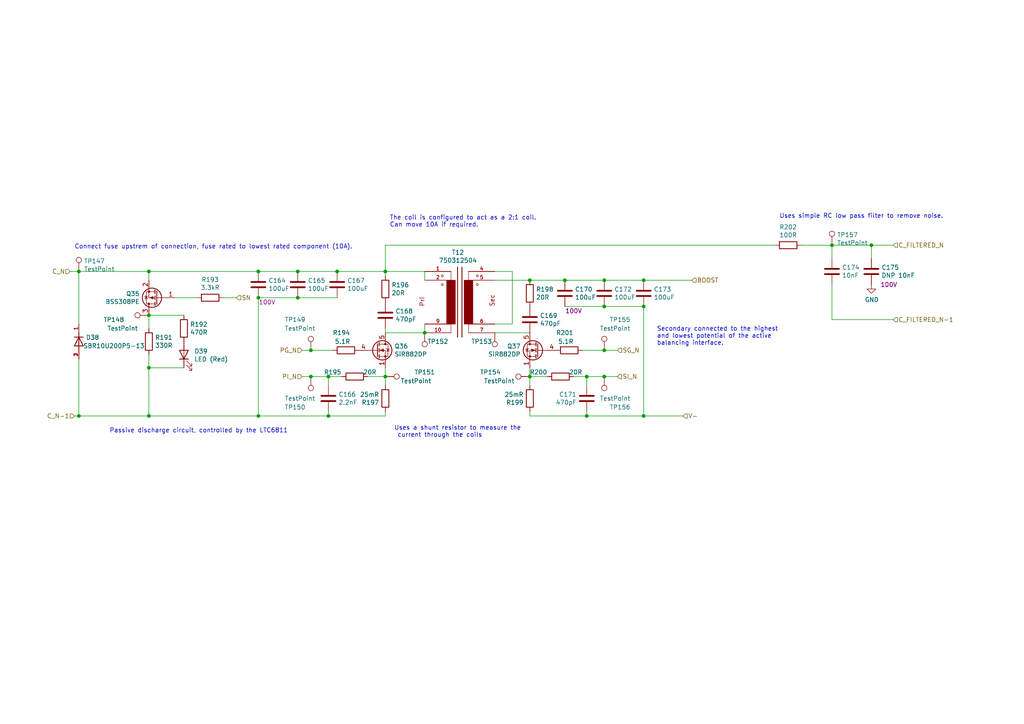
<source format=kicad_sch>
(kicad_sch (version 20211123) (generator eeschema)
  (paper "A4")
  (lib_symbols
    (symbol "750312504:750312504" (pin_names (offset 1.016) hide)
      (property "Reference" "T" (at -10.16 10.16 0))
      (property "Value" "750312504" (at -10.16 -13.97 0))
      (symbol "750312504_0_0"
        (circle (center -5.08 3.81) (radius 0.2794))
        (circle (center -5.08 6.35) (radius 0.2794))
        (rectangle (start -3.81 -7.62) (end -1.27 5.08) (fill (type outline)))
        (polyline (pts (xy -2.54 -7.62) (xy -2.54 -10.16)) (stroke (width 0.127)))
        (polyline (pts (xy -2.54 7.62) (xy -2.54 5.08)) (stroke (width 0.127)))
        (polyline (pts (xy -0.635 8.89) (xy -0.635 -11.43)) (stroke (width 0.254)))
        (polyline (pts (xy 0.635 8.89) (xy 0.635 -11.43)) (stroke (width 0.254)))
        (polyline (pts (xy 2.54 -7.62) (xy 2.54 -10.16)) (stroke (width 0.127)))
        (polyline (pts (xy 2.54 7.62) (xy 2.54 5.08)) (stroke (width 0.127)))
        (rectangle (start 1.27 -7.62) (end 3.81 5.08) (fill (type outline)))
        (circle (center 5.08 3.81) (radius 0.2794))
        (circle (center 5.08 6.35) (radius 0.2794))
        (text "Pri" (at -10.16 -2.54 900) (effects (font (size 1.27 1.27)) (justify left bottom)))
        (text "Sec" (at 10.16 -2.54 900) (effects (font (size 1.27 1.27)) (justify left bottom)))
        (pin passive line (at -10.16 7.62 0) (length 7.62) (name "~") (number "1"))
        (pin passive line (at -10.16 -10.16 0) (length 7.62) (name "~") (number "10"))
        (pin passive line (at -10.16 5.08 0) (length 7.62) (name "~") (number "2"))
        (pin passive line (at 10.16 7.62 180) (length 7.62) (name "~") (number "4"))
        (pin passive line (at 10.16 5.08 180) (length 7.62) (name "~") (number "5"))
        (pin passive line (at 10.16 -7.62 180) (length 7.62) (name "~") (number "6"))
        (pin passive line (at 10.16 -10.16 180) (length 7.62) (name "~") (number "7"))
        (pin passive line (at -10.16 -7.62 0) (length 7.62) (name "~") (number "9"))
      )
    )
    (symbol "Connector:TestPoint" (pin_numbers hide) (pin_names (offset 0.762) hide)
      (property "Reference" "TP" (at 0 6.858 0))
      (property "Value" "TestPoint" (at 0 5.08 0))
      (symbol "TestPoint_0_1"
        (circle (center 0 3.302) (radius 0.762))
      )
      (symbol "TestPoint_1_1"
        (pin passive line (at 0 0 90) (length 2.54) (name "1") (number "1"))
      )
    )
    (symbol "Device:C" (pin_numbers hide) (pin_names (offset 0.254))
      (property "Reference" "C" (at 0.635 2.54 0))
      (property "Value" "C" (at 0.635 -2.54 0))
      (symbol "C_0_1"
        (polyline (pts (xy -2.032 -0.762) (xy 2.032 -0.762)) (stroke (width 0.508)))
        (polyline (pts (xy -2.032 0.762) (xy 2.032 0.762)) (stroke (width 0.508)))
      )
      (symbol "C_1_1"
        (pin passive line (at 0 3.81 270) (length 2.794) (name "~") (number "1"))
        (pin passive line (at 0 -3.81 90) (length 2.794) (name "~") (number "2"))
      )
    )
    (symbol "Device:LED" (pin_numbers hide) (pin_names (offset 1.016) hide)
      (property "Reference" "D" (at 0 2.54 0))
      (property "Value" "LED" (at 0 -2.54 0))
      (symbol "LED_0_1"
        (polyline (pts (xy -1.27 -1.27) (xy -1.27 1.27)) (stroke (width 0.254)))
        (polyline (pts (xy -1.27 0) (xy 1.27 0)))
        (polyline (pts (xy 1.27 -1.27) (xy 1.27 1.27) (xy -1.27 0) (xy 1.27 -1.27)) (stroke (width 0.254)))
        (polyline (pts (xy -3.048 -0.762) (xy -4.572 -2.286) (xy -3.81 -2.286) (xy -4.572 -2.286) (xy -4.572 -1.524)))
        (polyline (pts (xy -1.778 -0.762) (xy -3.302 -2.286) (xy -2.54 -2.286) (xy -3.302 -2.286) (xy -3.302 -1.524)))
      )
      (symbol "LED_1_1"
        (pin passive line (at -3.81 0 0) (length 2.54) (name "K") (number "1"))
        (pin passive line (at 3.81 0 180) (length 2.54) (name "A") (number "2"))
      )
    )
    (symbol "Device:R" (pin_numbers hide) (pin_names (offset 0))
      (property "Reference" "R" (at 2.032 0 90))
      (property "Value" "R" (at 0 0 90))
      (symbol "R_0_1"
        (rectangle (start -1.016 -2.54) (end 1.016 2.54) (stroke (width 0.254)))
      )
      (symbol "R_1_1"
        (pin passive line (at 0 3.81 270) (length 1.27) (name "~") (number "1"))
        (pin passive line (at 0 -3.81 90) (length 1.27) (name "~") (number "2"))
      )
    )
    (symbol "SBR10U200P5-13:SBR10U200P5-13" (pin_names (offset 1.016) hide)
      (property "Reference" "D" (at -2.286 1.905 0))
      (property "Value" "SBR10U200P5-13" (at -2.286 -3.429 0))
      (symbol "SBR10U200P5-13_0_0"
        (polyline (pts (xy -2.54 0) (xy 2.54 0)) (stroke (width 0.254)))
        (polyline (pts (xy -1.27 -1.27) (xy 1.27 0)) (stroke (width 0.254)))
        (polyline (pts (xy -1.27 1.27) (xy -1.27 -1.27)) (stroke (width 0.254)))
        (polyline (pts (xy 1.27 0) (xy -1.27 1.27)) (stroke (width 0.254)))
        (polyline (pts (xy 1.27 0) (xy 1.27 -1.27)) (stroke (width 0.254)))
        (polyline (pts (xy 1.27 1.27) (xy 1.27 0)) (stroke (width 0.254)))
        (pin passive line (at 5.08 0 180) (length 2.54) (name "~") (number "1"))
        (pin passive line (at -5.08 0 0) (length 2.54) (name "~") (number "2"))
        (pin passive line (at -5.08 0 0) (length 2.54) (name "~") (number "3"))
      )
    )
    (symbol "bss308pe_2:BSS308PE" (pin_names hide)
      (property "Reference" "Q" (at 5.08 1.905 0))
      (property "Value" "BSS308PE" (at 5.08 0 0))
      (symbol "BSS308PE_0_1"
        (polyline (pts (xy 0.254 0) (xy -2.54 0)))
        (polyline (pts (xy 0.254 1.905) (xy 0.254 -1.905)) (stroke (width 0.254)))
        (polyline (pts (xy 0.762 -1.27) (xy 0.762 -2.286)) (stroke (width 0.254)))
        (polyline (pts (xy 0.762 0.508) (xy 0.762 -0.508)) (stroke (width 0.254)))
        (polyline (pts (xy 0.762 2.286) (xy 0.762 1.27)) (stroke (width 0.254)))
        (polyline (pts (xy 2.54 2.54) (xy 2.54 1.778)))
        (polyline (pts (xy 2.54 -2.54) (xy 2.54 0) (xy 0.762 0)))
        (polyline (pts (xy 0.762 1.778) (xy 3.302 1.778) (xy 3.302 -1.778) (xy 0.762 -1.778)))
        (polyline (pts (xy 2.286 0) (xy 1.27 0.381) (xy 1.27 -0.381) (xy 2.286 0)) (fill (type outline)))
        (polyline (pts (xy 2.794 -0.508) (xy 2.921 -0.381) (xy 3.683 -0.381) (xy 3.81 -0.254)))
        (polyline (pts (xy 3.302 -0.381) (xy 2.921 0.254) (xy 3.683 0.254) (xy 3.302 -0.381)))
        (circle (center 1.651 0) (radius 2.794) (stroke (width 0.254)))
        (circle (center 2.54 -1.778) (radius 0.254) (fill (type outline)))
        (circle (center 2.54 1.778) (radius 0.254) (fill (type outline)))
      )
      (symbol "BSS308PE_1_1"
        (pin input line (at -5.08 0 0) (length 2.54) (name "G") (number "1"))
        (pin passive line (at 2.54 -5.08 90) (length 2.54) (name "S") (number "2"))
        (pin passive line (at 2.54 5.08 270) (length 2.54) (name "D") (number "3"))
      )
    )
    (symbol "power:GND" (power) (pin_names (offset 0))
      (property "Value" "GND" (at 0 -3.81 0))
      (symbol "GND_0_1"
        (polyline (pts (xy 0 0) (xy 0 -1.27) (xy 1.27 -1.27) (xy 0 -2.54) (xy -1.27 -1.27) (xy 0 -1.27)))
      )
      (symbol "GND_1_1"
        (pin power_in line (at 0 0 270) (length 0) hide (name "GND") (number "1"))
      )
    )
    (symbol "sir882dp:SiR882DP" (pin_names hide)
      (property "Reference" "Q" (at 5.08 1.905 0))
      (property "Value" "SiR882DP" (at 5.08 0 0))
      (symbol "SiR882DP_0_1"
        (polyline (pts (xy 0.254 0) (xy -2.54 0)))
        (polyline (pts (xy 0.254 1.905) (xy 0.254 -1.905)) (stroke (width 0.254)))
        (polyline (pts (xy 0.762 -1.27) (xy 0.762 -2.286)) (stroke (width 0.254)))
        (polyline (pts (xy 0.762 0.508) (xy 0.762 -0.508)) (stroke (width 0.254)))
        (polyline (pts (xy 0.762 2.286) (xy 0.762 1.27)) (stroke (width 0.254)))
        (polyline (pts (xy 2.54 2.54) (xy 2.54 1.778)))
        (polyline (pts (xy 2.54 -2.54) (xy 2.54 0) (xy 0.762 0)))
        (polyline (pts (xy 0.762 -1.778) (xy 3.302 -1.778) (xy 3.302 1.778) (xy 0.762 1.778)))
        (polyline (pts (xy 1.016 0) (xy 2.032 0.381) (xy 2.032 -0.381) (xy 1.016 0)) (fill (type outline)))
        (polyline (pts (xy 2.794 0.508) (xy 2.921 0.381) (xy 3.683 0.381) (xy 3.81 0.254)))
        (polyline (pts (xy 3.302 0.381) (xy 2.921 -0.254) (xy 3.683 -0.254) (xy 3.302 0.381)))
        (circle (center 1.651 0) (radius 2.794) (stroke (width 0.254)))
        (circle (center 2.54 -1.778) (radius 0.254) (fill (type outline)))
        (circle (center 2.54 1.778) (radius 0.254) (fill (type outline)))
      )
      (symbol "SiR882DP_1_1"
        (pin passive line (at 2.54 -5.08 90) (length 2.54) (name "S") (number "1"))
        (pin passive line (at 2.54 -5.08 90) (length 2.54) hide (name "S") (number "2"))
        (pin passive line (at 2.54 -5.08 90) (length 2.54) hide (name "S") (number "3"))
        (pin input line (at -5.08 0 0) (length 2.54) (name "G") (number "4"))
        (pin passive line (at 2.54 5.08 270) (length 2.54) (name "D") (number "5"))
      )
    )
  )
  (junction (at 22.86 78.74))
  (junction (at 90.17 101.6))
  (junction (at 74.93 120.65))
  (junction (at 241.3 71.12))
  (junction (at 95.25 120.65))
  (junction (at 22.86 120.65))
  (junction (at 43.18 120.65))
  (junction (at 90.17 109.22))
  (junction (at 170.18 120.65))
  (junction (at 97.79 78.74))
  (junction (at 163.83 81.28))
  (junction (at 186.69 120.65))
  (junction (at 86.36 78.74))
  (junction (at 86.36 86.36))
  (junction (at 123.19 96.52))
  (junction (at 43.18 106.68))
  (junction (at 74.93 78.74))
  (junction (at 186.69 81.28))
  (junction (at 175.26 101.6))
  (junction (at 43.18 91.44))
  (junction (at 74.93 86.36))
  (junction (at 111.76 78.74))
  (junction (at 175.26 109.22))
  (junction (at 43.18 78.74))
  (junction (at 153.67 109.22))
  (junction (at 170.18 109.22))
  (junction (at 186.69 88.9))
  (junction (at 175.26 81.28))
  (junction (at 252.73 71.12))
  (junction (at 175.26 88.9))
  (junction (at 153.67 81.28))
  (junction (at 111.76 109.22))
  (junction (at 95.25 109.22))
  (wire (pts (xy 186.69 120.65) (xy 198.12 120.65)))
  (wire (pts (xy 175.26 109.22) (xy 179.07 109.22)))
  (wire (pts (xy 43.18 120.65) (xy 74.93 120.65)))
  (wire (pts (xy 153.67 111.76) (xy 153.67 109.22)))
  (wire (pts (xy 50.8 86.36) (xy 57.15 86.36)))
  (wire (pts (xy 86.36 78.74) (xy 97.79 78.74)))
  (wire (pts (xy 95.25 109.22) (xy 99.06 109.22)))
  (wire (pts (xy 22.86 78.74) (xy 20.32 78.74)))
  (wire (pts (xy 22.86 104.14) (xy 22.86 120.65)))
  (wire (pts (xy 111.76 120.65) (xy 111.76 119.38)))
  (wire (pts (xy 123.19 78.74) (xy 111.76 78.74)))
  (wire (pts (xy 87.63 109.22) (xy 90.17 109.22)))
  (wire (pts (xy 43.18 81.28) (xy 43.18 78.74)))
  (wire (pts (xy 143.51 96.52) (xy 153.67 96.52)))
  (wire (pts (xy 74.93 120.65) (xy 95.25 120.65)))
  (wire (pts (xy 90.17 101.6) (xy 87.63 101.6)))
  (wire (pts (xy 97.79 78.74) (xy 111.76 78.74)))
  (wire (pts (xy 241.3 71.12) (xy 252.73 71.12)))
  (wire (pts (xy 53.34 106.68) (xy 43.18 106.68)))
  (wire (pts (xy 241.3 82.55) (xy 241.3 92.71)))
  (wire (pts (xy 153.67 120.65) (xy 153.67 119.38)))
  (wire (pts (xy 64.77 86.36) (xy 68.58 86.36)))
  (wire (pts (xy 74.93 86.36) (xy 74.93 120.65)))
  (wire (pts (xy 22.86 93.98) (xy 22.86 78.74)))
  (wire (pts (xy 123.19 96.52) (xy 123.19 93.98)))
  (wire (pts (xy 241.3 74.93) (xy 241.3 71.12)))
  (wire (pts (xy 232.41 71.12) (xy 241.3 71.12)))
  (wire (pts (xy 163.83 81.28) (xy 175.26 81.28)))
  (wire (pts (xy 74.93 86.36) (xy 86.36 86.36)))
  (wire (pts (xy 170.18 120.65) (xy 186.69 120.65)))
  (wire (pts (xy 158.75 109.22) (xy 153.67 109.22)))
  (wire (pts (xy 170.18 109.22) (xy 175.26 109.22)))
  (wire (pts (xy 22.86 120.65) (xy 21.59 120.65)))
  (wire (pts (xy 168.91 101.6) (xy 175.26 101.6)))
  (wire (pts (xy 53.34 91.44) (xy 43.18 91.44)))
  (wire (pts (xy 175.26 88.9) (xy 186.69 88.9)))
  (wire (pts (xy 170.18 111.76) (xy 170.18 109.22)))
  (wire (pts (xy 43.18 95.25) (xy 43.18 91.44)))
  (wire (pts (xy 111.76 111.76) (xy 111.76 109.22)))
  (wire (pts (xy 43.18 78.74) (xy 74.93 78.74)))
  (wire (pts (xy 43.18 102.87) (xy 43.18 106.68)))
  (wire (pts (xy 224.79 71.12) (xy 111.76 71.12)))
  (wire (pts (xy 43.18 106.68) (xy 43.18 120.65)))
  (wire (pts (xy 111.76 109.22) (xy 111.76 106.68)))
  (wire (pts (xy 90.17 109.22) (xy 95.25 109.22)))
  (wire (pts (xy 170.18 120.65) (xy 153.67 120.65)))
  (wire (pts (xy 86.36 86.36) (xy 97.79 86.36)))
  (wire (pts (xy 143.51 81.28) (xy 153.67 81.28)))
  (wire (pts (xy 186.69 81.28) (xy 200.66 81.28)))
  (wire (pts (xy 143.51 93.98) (xy 148.59 93.98)))
  (wire (pts (xy 106.68 109.22) (xy 111.76 109.22)))
  (wire (pts (xy 74.93 78.74) (xy 86.36 78.74)))
  (wire (pts (xy 95.25 119.38) (xy 95.25 120.65)))
  (wire (pts (xy 148.59 93.98) (xy 148.59 78.74)))
  (wire (pts (xy 170.18 109.22) (xy 166.37 109.22)))
  (wire (pts (xy 111.76 96.52) (xy 123.19 96.52)))
  (wire (pts (xy 22.86 120.65) (xy 43.18 120.65)))
  (wire (pts (xy 111.76 96.52) (xy 111.76 95.25)))
  (wire (pts (xy 175.26 101.6) (xy 179.07 101.6)))
  (wire (pts (xy 111.76 71.12) (xy 111.76 78.74)))
  (wire (pts (xy 252.73 74.93) (xy 252.73 71.12)))
  (wire (pts (xy 148.59 78.74) (xy 143.51 78.74)))
  (wire (pts (xy 111.76 78.74) (xy 111.76 80.01)))
  (wire (pts (xy 170.18 119.38) (xy 170.18 120.65)))
  (wire (pts (xy 95.25 111.76) (xy 95.25 109.22)))
  (wire (pts (xy 95.25 120.65) (xy 111.76 120.65)))
  (wire (pts (xy 123.19 81.28) (xy 123.19 78.74)))
  (wire (pts (xy 153.67 81.28) (xy 163.83 81.28)))
  (wire (pts (xy 163.83 88.9) (xy 175.26 88.9)))
  (wire (pts (xy 241.3 92.71) (xy 259.08 92.71)))
  (wire (pts (xy 153.67 109.22) (xy 153.67 106.68)))
  (wire (pts (xy 22.86 78.74) (xy 43.18 78.74)))
  (wire (pts (xy 252.73 71.12) (xy 259.08 71.12)))
  (wire (pts (xy 175.26 81.28) (xy 186.69 81.28)))
  (wire (pts (xy 96.52 101.6) (xy 90.17 101.6)))
  (wire (pts (xy 186.69 88.9) (xy 186.69 120.65)))
  (text "Connect fuse upstrem of connection, fuse rated to lowest rated component (10A)." (at 21.59 72.39 0) (effects (font (size 1.27 1.27)) (justify left bottom)))
  (text "Passive discharge circuit, controlled by the LTC6811" (at 31.75 125.73 0) (effects (font (size 1.27 1.27)) (justify left bottom)))
  (text "Uses simple RC low pass filter to remove noise." (at 226.06 63.5 0) (effects (font (size 1.27 1.27)) (justify left bottom)))
  (text "The coil is configured to act as a 2:1 coil.\nCan move 10A if required." (at 113.03 66.04 0) (effects (font (size 1.27 1.27)) (justify left bottom)))
  (text "Secondary connected to the highest \nand lowest potential of the active \nbalancing interface." (at 190.5 100.33 0) (effects (font (size 1.27 1.27)) (justify left bottom)))
  (text "Uses a shunt resistor to measure the\n current through the coils\n" (at 114.3 127 0) (effects (font (size 1.27 1.27)) (justify left bottom)))
  (hierarchical_label "SG_N" (shape input) (at 179.07 101.6 0))
  (hierarchical_label "C_FILTERED_N-1" (shape input) (at 259.08 92.71 0))
  (hierarchical_label "PG_N" (shape input) (at 87.63 101.6 180))
  (hierarchical_label "V-" (shape input) (at 198.12 120.65 0))
  (hierarchical_label "SI_N" (shape input) (at 179.07 109.22 0))
  (hierarchical_label "BOOST" (shape input) (at 200.66 81.28 0))
  (hierarchical_label "SN" (shape input) (at 68.58 86.36 0))
  (hierarchical_label "C_N-1" (shape input) (at 21.59 120.65 180))
  (hierarchical_label "PI_N" (shape input) (at 87.63 109.22 180))
  (hierarchical_label "C_FILTERED_N" (shape input) (at 259.08 71.12 0))
  (hierarchical_label "C_N" (shape input) (at 20.32 78.74 180))
  (symbol (lib_id "bss308pe_2:BSS308PE") (at 45.72 86.36 180)
    (property "Reference" "Q35" (at 40.513 85.1916 0) (effects (justify left)))
    (property "Value" "BSS308PE" (at 40.513 87.503 0) (effects (justify left)))
    (property "Footprint" "Package_TO_SOT_SMD:SOT-23" (effects hide))
    (property "Datasheet" "https://www.infineon.com/dgdl/BSS308PE_Rev2.03.pdf?folderId=db3a304314dca38901154a72e3951a65&fileId=db3a304330f686060131099c80400073" (effects hide))
    (property "Manufacturer" "Infineon Technologies" (effects hide))
    (property "Mouser Part Number" "726-BSS308PEH6327SA1" (effects hide))
    (property "Mouser URL" "https://au.mouser.com/ProductDetail/Infineon-Technologies/BSS308PEH6327XT?qs=qsgX%252BAP2E5D1TWlnsTlotQ%3D%3D" (effects hide))
    (property "Part Number" "BSS308PEH6327XT" (effects hide))
  )
  (symbol (lib_id "Device:R") (at 228.6 71.12 270)
    (property "Reference" "R202" (at 228.6 65.8622 90))
    (property "Value" "100R" (at 228.6 68.1736 90))
    (property "Footprint" "Resistor_SMD:R_0603_1608Metric_Pad0.98x0.95mm_HandSolder" (effects hide))
  )
  (symbol (lib_id "Device:LED") (at 53.34 102.87 90)
    (property "Reference" "D39" (at 56.3372 101.8794 90) (effects (justify right)))
    (property "Value" "LED (Red)" (at 56.3372 104.1908 90) (effects (justify right)))
    (property "Footprint" "LED_SMD:LED_0805_2012Metric_Pad1.15x1.40mm_HandSolder" (effects hide))
    (property "Manufacturer" "AMS OSRAM" (effects hide))
    (property "Mouser Part Number" "720-LSR976-NR-1" (effects hide))
    (property "Mouser URL" "https://au.mouser.com/ProductDetail/ams-OSRAM/LS-R976-NR-1-0-20-R18?qs=sGAEpiMZZMt82OzCyDsLFGbrp1fQkD8H8bij58Oys9s%3D" (effects hide))
    (property "Part Number" "LS R976-NR-1-0-20-R18" (effects hide))
  )
  (symbol (lib_id "Device:C") (at 241.3 78.74 180)
    (property "Reference" "C174" (at 244.221 77.5716 0) (effects (justify right)))
    (property "Value" "10nF" (at 244.221 79.883 0) (effects (justify right)))
    (property "Footprint" "Capacitor_SMD:C_0603_1608Metric_Pad1.08x0.95mm_HandSolder" (effects hide))
  )
  (symbol (lib_id "Device:R") (at 43.18 99.06 180)
    (property "Reference" "R191" (at 44.958 97.8916 0) (effects (justify right)))
    (property "Value" "330R" (at 44.958 100.203 0) (effects (justify right)))
    (property "Footprint" "Resistor_SMD:R_1206_3216Metric_Pad1.30x1.75mm_HandSolder" (effects hide))
  )
  (symbol (lib_id "power:GND") (at 252.73 82.55 0)
    (property "Reference" "#PWR065" (effects hide))
    (property "Value" "GND" (at 252.857 86.9442 0))
  )
  (symbol (lib_id "Device:C") (at 170.18 115.57 0) (mirror x)
    (property "Reference" "C171" (at 167.259 114.4016 0) (effects (justify right)))
    (property "Value" "470pF" (at 167.259 116.713 0) (effects (justify right)))
    (property "Footprint" "Capacitor_SMD:C_0603_1608Metric_Pad1.08x0.95mm_HandSolder" (effects hide))
  )
  (symbol (lib_id "SBR10U200P5-13:SBR10U200P5-13") (at 22.86 99.06 90)
    (property "Reference" "D38" (at 24.892 97.8916 90) (effects (justify right)))
    (property "Value" "SBR10U200P5-13" (at 24.13 100.33 90) (effects (justify right)))
    (property "Footprint" "DIO_SBR10U200P5-13" (effects hide))
    (property "MANUFACTURER" "Diodes Inc" (effects hide))
    (property "Manufacturer" "Diodes Inc" (effects hide))
    (property "Part Number" "SBR10U200P5-13" (effects hide))
    (property "Mouser Part Number" "NOT AVAILABLE!" (effects hide))
    (property "Mouser URL" "NOT AVAILABLE!" (effects hide))
  )
  (symbol (lib_id "Device:C") (at 74.93 82.55 180)
    (property "Reference" "C164" (at 77.851 81.3816 0) (effects (justify right)))
    (property "Value" "100uF" (at 77.851 83.693 0) (effects (justify right)))
    (property "Footprint" "Capacitor_SMD:C_1206_3216Metric_Pad1.33x1.80mm_HandSolder" (effects hide))
    (property "Voltage" "100V" (at 77.47 87.63 0))
  )
  (symbol (lib_id "Device:R") (at 165.1 101.6 270)
    (property "Reference" "R201" (at 166.37 96.52 90) (effects (justify right)))
    (property "Value" "5.1R" (at 166.37 99.06 90) (effects (justify right)))
    (property "Footprint" "Resistor_SMD:R_0603_1608Metric_Pad0.98x0.95mm_HandSolder" (effects hide))
  )
  (symbol (lib_id "Device:C") (at 153.67 92.71 180)
    (property "Reference" "C169" (at 156.591 91.5416 0) (effects (justify right)))
    (property "Value" "470pF" (at 156.591 93.853 0) (effects (justify right)))
    (property "Footprint" "Capacitor_SMD:C_0603_1608Metric_Pad1.08x0.95mm_HandSolder" (effects hide))
    (property "Voltage" "100V" (effects hide))
  )
  (symbol (lib_id "Device:R") (at 102.87 109.22 270) (mirror x)
    (property "Reference" "R195" (at 99.06 107.95 90) (effects (justify right)))
    (property "Value" "20R" (at 109.22 107.95 90) (effects (justify right)))
    (property "Footprint" "Resistor_SMD:R_0603_1608Metric_Pad0.98x0.95mm_HandSolder" (effects hide))
  )
  (symbol (lib_id "Device:R") (at 153.67 115.57 0)
    (property "Reference" "R199" (at 151.892 116.7384 0) (effects (justify right)))
    (property "Value" "25mR" (at 151.892 114.427 0) (effects (justify right)))
    (property "Footprint" "Resistor_SMD:R_1206_3216Metric_Pad1.30x1.75mm_HandSolder" (effects hide))
  )
  (symbol (lib_id "Device:C") (at 86.36 82.55 180)
    (property "Reference" "C165" (at 89.281 81.3816 0) (effects (justify right)))
    (property "Value" "100uF" (at 89.281 83.693 0) (effects (justify right)))
    (property "Footprint" "Capacitor_SMD:C_1206_3216Metric_Pad1.33x1.80mm_HandSolder" (effects hide))
  )
  (symbol (lib_id "Device:C") (at 97.79 82.55 180)
    (property "Reference" "C167" (at 100.711 81.3816 0) (effects (justify right)))
    (property "Value" "100uF" (at 100.711 83.693 0) (effects (justify right)))
    (property "Footprint" "Capacitor_SMD:C_1206_3216Metric_Pad1.33x1.80mm_HandSolder" (effects hide))
  )
  (symbol (lib_id "Device:C") (at 163.83 85.09 180)
    (property "Reference" "C170" (at 166.751 83.9216 0) (effects (justify right)))
    (property "Value" "100uF" (at 166.751 86.233 0) (effects (justify right)))
    (property "Footprint" "Capacitor_SMD:C_1206_3216Metric_Pad1.33x1.80mm_HandSolder" (effects hide))
    (property "Voltage" "100V" (at 166.37 90.17 0))
  )
  (symbol (lib_id "Device:C") (at 175.26 85.09 180)
    (property "Reference" "C172" (at 178.181 83.9216 0) (effects (justify right)))
    (property "Value" "100uF" (at 178.181 86.233 0) (effects (justify right)))
    (property "Footprint" "Capacitor_SMD:C_1206_3216Metric_Pad1.33x1.80mm_HandSolder" (effects hide))
  )
  (symbol (lib_id "Device:C") (at 186.69 85.09 180)
    (property "Reference" "C173" (at 189.611 83.9216 0) (effects (justify right)))
    (property "Value" "100uF" (at 189.611 86.233 0) (effects (justify right)))
    (property "Footprint" "Capacitor_SMD:C_1206_3216Metric_Pad1.33x1.80mm_HandSolder" (effects hide))
  )
  (symbol (lib_id "Connector:TestPoint") (at 22.86 78.74 0)
    (property "Reference" "TP147" (at 24.3332 75.7428 0) (effects (justify left)))
    (property "Value" "TestPoint" (at 24.3332 78.0542 0) (effects (justify left)))
    (property "Footprint" "TestPoint:TestPoint_Pad_D1.0mm" (effects hide))
    (property "Part Number" "-" (effects hide))
    (property "Manufacturer" "-" (effects hide))
    (property "Mouser Part Number" "-" (effects hide))
    (property "Mouser URL" "-" (effects hide))
  )
  (symbol (lib_id "Connector:TestPoint") (at 43.18 91.44 90)
    (property "Reference" "TP148" (at 33.02 92.71 90))
    (property "Value" "TestPoint" (at 35.56 95.25 90))
    (property "Footprint" "TestPoint:TestPoint_Pad_D1.0mm" (effects hide))
    (property "Part Number" "-" (effects hide))
    (property "Manufacturer" "-" (effects hide))
    (property "Mouser Part Number" "-" (effects hide))
    (property "Mouser URL" "-" (effects hide))
  )
  (symbol (lib_id "Connector:TestPoint") (at 90.17 101.6 0)
    (property "Reference" "TP149" (at 82.55 92.71 0) (effects (justify left)))
    (property "Value" "TestPoint" (at 82.55 95.25 0) (effects (justify left)))
    (property "Footprint" "TestPoint:TestPoint_Pad_D1.0mm" (effects hide))
    (property "Part Number" "-" (effects hide))
    (property "Manufacturer" "-" (effects hide))
    (property "Mouser Part Number" "-" (effects hide))
    (property "Mouser URL" "-" (effects hide))
  )
  (symbol (lib_id "Connector:TestPoint") (at 175.26 101.6 0) (mirror y)
    (property "Reference" "TP155" (at 182.88 92.71 0) (effects (justify left)))
    (property "Value" "TestPoint" (at 182.88 95.25 0) (effects (justify left)))
    (property "Footprint" "TestPoint:TestPoint_Pad_D1.0mm" (effects hide))
    (property "Part Number" "-" (effects hide))
    (property "Manufacturer" "-" (effects hide))
    (property "Mouser Part Number" "-" (effects hide))
    (property "Mouser URL" "-" (effects hide))
  )
  (symbol (lib_id "Connector:TestPoint") (at 90.17 109.22 0) (mirror x)
    (property "Reference" "TP150" (at 82.55 118.11 0) (effects (justify left)))
    (property "Value" "TestPoint" (at 82.55 115.57 0) (effects (justify left)))
    (property "Footprint" "TestPoint:TestPoint_Pad_D1.0mm" (effects hide))
    (property "Part Number" "-" (effects hide))
    (property "Manufacturer" "-" (effects hide))
    (property "Mouser Part Number" "-" (effects hide))
    (property "Mouser URL" "-" (effects hide))
  )
  (symbol (lib_id "Connector:TestPoint") (at 175.26 109.22 180)
    (property "Reference" "TP156" (at 182.88 118.11 0) (effects (justify left)))
    (property "Value" "TestPoint" (at 182.88 115.57 0) (effects (justify left)))
    (property "Footprint" "TestPoint:TestPoint_Pad_D1.0mm" (effects hide))
    (property "Part Number" "-" (effects hide))
    (property "Manufacturer" "-" (effects hide))
    (property "Mouser Part Number" "-" (effects hide))
    (property "Mouser URL" "-" (effects hide))
  )
  (symbol (lib_id "Connector:TestPoint") (at 241.3 71.12 0)
    (property "Reference" "TP157" (at 242.7732 68.1228 0) (effects (justify left)))
    (property "Value" "TestPoint" (at 242.7732 70.4342 0) (effects (justify left)))
    (property "Footprint" "TestPoint:TestPoint_Pad_D1.0mm" (effects hide))
    (property "Part Number" "-" (effects hide))
    (property "Manufacturer" "-" (effects hide))
    (property "Mouser Part Number" "-" (effects hide))
    (property "Mouser URL" "-" (effects hide))
  )
  (symbol (lib_id "Connector:TestPoint") (at 153.67 109.22 90)
    (property "Reference" "TP154" (at 142.24 107.95 90))
    (property "Value" "TestPoint" (at 144.78 110.49 90))
    (property "Footprint" "TestPoint:TestPoint_Pad_D1.0mm" (effects hide))
    (property "Part Number" "-" (effects hide))
    (property "Manufacturer" "-" (effects hide))
    (property "Mouser Part Number" "-" (effects hide))
    (property "Mouser URL" "-" (effects hide))
  )
  (symbol (lib_id "Connector:TestPoint") (at 111.76 109.22 270) (mirror x)
    (property "Reference" "TP151" (at 123.19 107.95 90))
    (property "Value" "TestPoint" (at 120.65 110.49 90))
    (property "Footprint" "TestPoint:TestPoint_Pad_D1.0mm" (effects hide))
    (property "Part Number" "-" (effects hide))
    (property "Manufacturer" "-" (effects hide))
    (property "Mouser Part Number" "-" (effects hide))
    (property "Mouser URL" "-" (effects hide))
  )
  (symbol (lib_id "Connector:TestPoint") (at 123.19 96.52 0) (mirror x)
    (property "Reference" "TP152" (at 127 99.06 0))
    (property "Value" "TestPoint" (effects hide))
    (property "Footprint" "TestPoint:TestPoint_Pad_D1.0mm" (effects hide))
    (property "Part Number" "-" (effects hide))
    (property "Manufacturer" "-" (effects hide))
    (property "Mouser Part Number" "-" (effects hide))
    (property "Mouser URL" "-" (effects hide))
  )
  (symbol (lib_id "Connector:TestPoint") (at 143.51 96.52 180)
    (property "Reference" "TP153" (at 139.7 99.06 0))
    (property "Value" "TestPoint" (effects hide))
    (property "Footprint" "TestPoint:TestPoint_Pad_D1.0mm" (effects hide))
    (property "Part Number" "-" (effects hide))
    (property "Manufacturer" "-" (effects hide))
    (property "Mouser Part Number" "-" (effects hide))
    (property "Mouser URL" "-" (effects hide))
  )
  (symbol (lib_id "Device:R") (at 60.96 86.36 90)
    (property "Reference" "R193" (at 60.96 81.1022 90))
    (property "Value" "3.3kR" (at 60.96 83.4136 90))
    (property "Footprint" "Resistor_SMD:R_0603_1608Metric_Pad0.98x0.95mm_HandSolder" (effects hide))
  )
  (symbol (lib_id "Device:R") (at 53.34 95.25 180)
    (property "Reference" "R192" (at 55.118 94.0816 0) (effects (justify right)))
    (property "Value" "470R" (at 55.118 96.393 0) (effects (justify right)))
    (property "Footprint" "Resistor_SMD:R_0603_1608Metric_Pad0.98x0.95mm_HandSolder" (effects hide))
  )
  (symbol (lib_id "750312504:750312504") (at 133.35 86.36 0)
    (property "Reference" "T12" (at 132.8166 73.2282 0))
    (property "Value" "750312504" (at 132.8166 75.5396 0))
    (property "Footprint" "EP13_SMT_H_8PIN_(750312504)" (effects hide))
    (property "Part Number" "750312504" (effects hide))
    (property "Manufacturer" "Wurth" (effects hide))
    (property "Mouser Part Number" "NOT AVAILABLE!" (effects hide))
    (property "Mouser URL" "NOT AVAILABLE!" (effects hide))
  )
  (symbol (lib_id "Device:C") (at 252.73 78.74 180)
    (property "Reference" "C175" (at 255.651 77.5716 0) (effects (justify right)))
    (property "Value" "DNP 10nF" (at 255.651 79.883 0) (effects (justify right)))
    (property "Footprint" "Capacitor_SMD:C_0805_2012Metric_Pad1.18x1.45mm_HandSolder" (effects hide))
    (property "Voltage" "100V" (at 257.81 82.55 0))
  )
  (symbol (lib_id "Device:R") (at 111.76 83.82 180)
    (property "Reference" "R196" (at 113.538 82.6516 0) (effects (justify right)))
    (property "Value" "20R" (at 113.538 84.963 0) (effects (justify right)))
    (property "Footprint" "Resistor_SMD:R_1206_3216Metric_Pad1.30x1.75mm_HandSolder" (effects hide))
  )
  (symbol (lib_id "Device:C") (at 111.76 91.44 180)
    (property "Reference" "C168" (at 114.681 90.2716 0) (effects (justify right)))
    (property "Value" "470pF" (at 114.681 92.583 0) (effects (justify right)))
    (property "Footprint" "Capacitor_SMD:C_0603_1608Metric_Pad1.08x0.95mm_HandSolder" (effects hide))
    (property "Voltage" "100V" (effects hide))
  )
  (symbol (lib_id "Device:R") (at 153.67 85.09 180)
    (property "Reference" "R198" (at 155.448 83.9216 0) (effects (justify right)))
    (property "Value" "20R" (at 155.448 86.233 0) (effects (justify right)))
    (property "Footprint" "Resistor_SMD:R_1206_3216Metric_Pad1.30x1.75mm_HandSolder" (effects hide))
  )
  (symbol (lib_id "sir882dp:SiR882DP") (at 109.22 101.6 0)
    (property "Reference" "Q36" (at 114.4016 100.4316 0) (effects (justify left)))
    (property "Value" "SiR882DP" (at 114.4016 102.743 0) (effects (justify left)))
    (property "Footprint" "Package_SO:PowerPAK_SO-8_Single" (effects hide))
    (property "Datasheet" "https://www.vishay.com/docs/73152/si7336adp.pdf" (effects hide))
    (property "Manufacturer" "Vishay" (effects hide))
    (property "Mouser Part Number" "78-SIR882DP-T1-GE3" (effects hide))
    (property "Mouser URL" "https://au.mouser.com/ProductDetail/Vishay-Semiconductors/SIR882DP-T1-GE3?qs=sGAEpiMZZMvpr2B2BRY23dPHTspCdFsLiV3CtWlC03I%3D" (effects hide))
    (property "Part Number" "SIR882DP-T1-GE3" (effects hide))
  )
  (symbol (lib_id "Device:R") (at 111.76 115.57 0)
    (property "Reference" "R197" (at 109.982 116.7384 0) (effects (justify right)))
    (property "Value" "25mR" (at 109.982 114.427 0) (effects (justify right)))
    (property "Footprint" "Resistor_SMD:R_1206_3216Metric_Pad1.30x1.75mm_HandSolder" (effects hide))
  )
  (symbol (lib_id "Device:C") (at 95.25 115.57 180)
    (property "Reference" "C166" (at 98.171 114.4016 0) (effects (justify right)))
    (property "Value" "2.2nF" (at 98.171 116.713 0) (effects (justify right)))
    (property "Footprint" "Capacitor_SMD:C_0603_1608Metric_Pad1.08x0.95mm_HandSolder" (effects hide))
  )
  (symbol (lib_id "Device:R") (at 100.33 101.6 270)
    (property "Reference" "R194" (at 101.6 96.52 90) (effects (justify right)))
    (property "Value" "5.1R" (at 101.6 99.06 90) (effects (justify right)))
    (property "Footprint" "Resistor_SMD:R_0603_1608Metric_Pad0.98x0.95mm_HandSolder" (effects hide))
  )
  (symbol (lib_id "sir882dp:SiR882DP") (at 156.21 101.6 0) (mirror y)
    (property "Reference" "Q37" (at 151.0284 100.4316 0) (effects (justify left)))
    (property "Value" "SiR882DP" (at 151.0284 102.743 0) (effects (justify left)))
    (property "Footprint" "Package_SO:PowerPAK_SO-8_Single" (effects hide))
    (property "Datasheet" "https://www.vishay.com/docs/73152/si7336adp.pdf" (effects hide))
    (property "Manufacturer" "Vishay" (effects hide))
    (property "Mouser Part Number" "78-SIR882DP-T1-GE3" (effects hide))
    (property "Mouser URL" "https://au.mouser.com/ProductDetail/Vishay-Semiconductors/SIR882DP-T1-GE3?qs=sGAEpiMZZMvpr2B2BRY23dPHTspCdFsLiV3CtWlC03I%3D" (effects hide))
    (property "Part Number" "SIR882DP-T1-GE3" (effects hide))
  )
  (symbol (lib_id "Device:R") (at 162.56 109.22 270) (mirror x)
    (property "Reference" "R200" (at 158.75 107.95 90) (effects (justify right)))
    (property "Value" "20R" (at 168.91 107.95 90) (effects (justify right)))
    (property "Footprint" "Resistor_SMD:R_0603_1608Metric_Pad0.98x0.95mm_HandSolder" (effects hide))
  )
)
</source>
